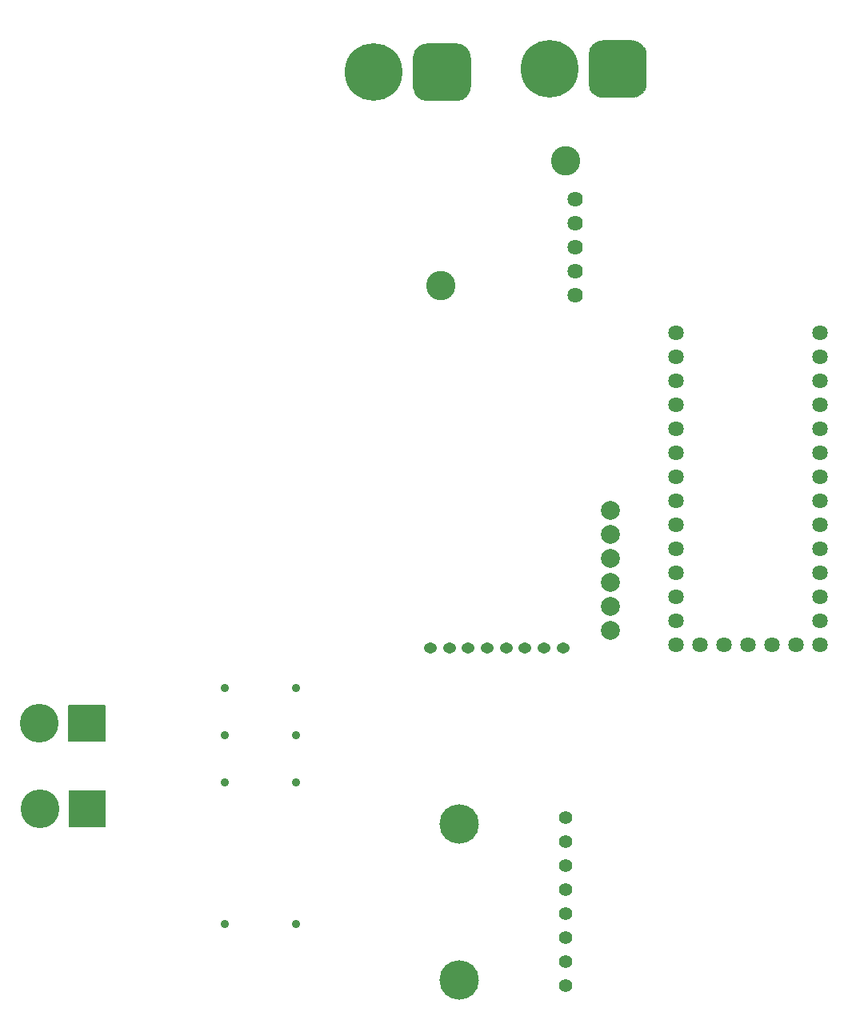
<source format=gbr>
%TF.GenerationSoftware,KiCad,Pcbnew,(5.1.8)-1*%
%TF.CreationDate,2021-01-10T20:37:24-08:00*%
%TF.ProjectId,PJS,504a532e-6b69-4636-9164-5f7063625858,rev?*%
%TF.SameCoordinates,Original*%
%TF.FileFunction,Soldermask,Bot*%
%TF.FilePolarity,Negative*%
%FSLAX46Y46*%
G04 Gerber Fmt 4.6, Leading zero omitted, Abs format (unit mm)*
G04 Created by KiCad (PCBNEW (5.1.8)-1) date 2021-01-10 20:37:24*
%MOMM*%
%LPD*%
G01*
G04 APERTURE LIST*
%ADD10C,0.901600*%
%ADD11C,6.101600*%
%ADD12O,1.371600X1.101600*%
%ADD13C,2.001600*%
%ADD14C,1.409600*%
%ADD15C,4.165600*%
%ADD16C,4.101600*%
%ADD17C,1.631600*%
%ADD18C,3.101600*%
%ADD19C,1.625600*%
%ADD20C,0.100000*%
G04 APERTURE END LIST*
D10*
%TO.C,K1*%
X101342500Y-115642999D03*
X101342500Y-120642999D03*
X101342500Y-125642999D03*
X101342500Y-140642999D03*
X108842500Y-115642999D03*
X108842500Y-120642999D03*
X108842500Y-125642999D03*
X108842500Y-140642999D03*
%TD*%
%TO.C,X3*%
G36*
G01*
X145925800Y-48639599D02*
X145925800Y-51690399D01*
G75*
G02*
X144400400Y-53215799I-1525400J0D01*
G01*
X141349600Y-53215799D01*
G75*
G02*
X139824200Y-51690399I0J1525400D01*
G01*
X139824200Y-48639599D01*
G75*
G02*
X141349600Y-47114199I1525400J0D01*
G01*
X144400400Y-47114199D01*
G75*
G02*
X145925800Y-48639599I0J-1525400D01*
G01*
G37*
D11*
X135675000Y-50164999D03*
%TD*%
D12*
%TO.C,A6*%
X125092600Y-111454999D03*
X129092600Y-111454999D03*
D13*
X142122600Y-96844999D03*
X142122600Y-104464999D03*
D12*
X135092600Y-111454999D03*
X137092600Y-111454999D03*
X133092600Y-111454999D03*
D13*
X142122600Y-107004999D03*
X142122600Y-99384999D03*
X142122600Y-101924999D03*
X142122600Y-109544999D03*
D12*
X123092600Y-111454999D03*
X127092600Y-111454999D03*
X131092600Y-111454999D03*
%TD*%
D14*
%TO.C,A5*%
X137414000Y-142112999D03*
X137414000Y-137032999D03*
X137414000Y-144652999D03*
D15*
X126111000Y-130047999D03*
D14*
X137414000Y-139572999D03*
X137414000Y-147192999D03*
X137414000Y-134492999D03*
X137414000Y-129412999D03*
X137414000Y-131952999D03*
D15*
X126111000Y-146557999D03*
%TD*%
D16*
%TO.C,X2*%
X81715000Y-119414999D03*
G36*
G01*
X88665800Y-117514999D02*
X88665800Y-121314999D01*
G75*
G02*
X88615000Y-121365799I-50800J0D01*
G01*
X84815000Y-121365799D01*
G75*
G02*
X84764200Y-121314999I0J50800D01*
G01*
X84764200Y-117514999D01*
G75*
G02*
X84815000Y-117464199I50800J0D01*
G01*
X88615000Y-117464199D01*
G75*
G02*
X88665800Y-117514999I0J-50800D01*
G01*
G37*
%TD*%
%TO.C,X1*%
X81765000Y-128464999D03*
G36*
G01*
X88715800Y-126564999D02*
X88715800Y-130364999D01*
G75*
G02*
X88665000Y-130415799I-50800J0D01*
G01*
X84865000Y-130415799D01*
G75*
G02*
X84814200Y-130364999I0J50800D01*
G01*
X84814200Y-126564999D01*
G75*
G02*
X84865000Y-126514199I50800J0D01*
G01*
X88665000Y-126514199D01*
G75*
G02*
X88715800Y-126564999I0J-50800D01*
G01*
G37*
%TD*%
%TO.C,X4*%
G36*
G01*
X127358400Y-48969799D02*
X127358400Y-52020599D01*
G75*
G02*
X125833000Y-53545999I-1525400J0D01*
G01*
X122782200Y-53545999D01*
G75*
G02*
X121256800Y-52020599I0J1525400D01*
G01*
X121256800Y-48969799D01*
G75*
G02*
X122782200Y-47444399I1525400J0D01*
G01*
X125833000Y-47444399D01*
G75*
G02*
X127358400Y-48969799I0J-1525400D01*
G01*
G37*
D11*
X117107600Y-50495199D03*
%TD*%
D17*
%TO.C,U2*%
X161772600Y-111048799D03*
X159232600Y-111048799D03*
X156692600Y-111048799D03*
X154152600Y-111048799D03*
X151612600Y-111048799D03*
X164312600Y-78028799D03*
X164312600Y-80568799D03*
X164312600Y-83108799D03*
X164312600Y-85648799D03*
X164312600Y-88188799D03*
X164312600Y-90728799D03*
X164312600Y-93268799D03*
X164312600Y-95808799D03*
X164312600Y-98348799D03*
X164312600Y-100888799D03*
X164312600Y-103428799D03*
X164312600Y-105968799D03*
X164312600Y-108508799D03*
X164312600Y-111048799D03*
X149072600Y-78028799D03*
X149072600Y-80568799D03*
X149072600Y-83108799D03*
X149072600Y-85648799D03*
X149072600Y-88188799D03*
X149072600Y-90728799D03*
X149072600Y-93268799D03*
X149072600Y-95808799D03*
X149072600Y-98348799D03*
X149072600Y-100888799D03*
X149072600Y-103428799D03*
X149072600Y-105968799D03*
X149072600Y-108508799D03*
X149072600Y-111048799D03*
%TD*%
D18*
%TO.C,VR1*%
X124146500Y-73084499D03*
X137346500Y-59884499D03*
D19*
X138366500Y-63944499D03*
X138366500Y-66484499D03*
X138366500Y-69024499D03*
X138366500Y-71564499D03*
X138376500Y-74114499D03*
%TD*%
D20*
G36*
X121258790Y-52020403D02*
G01*
X121288080Y-52317795D01*
X121374771Y-52603575D01*
X121515547Y-52866950D01*
X121705000Y-53097799D01*
X121935849Y-53287252D01*
X122199224Y-53428028D01*
X122485004Y-53514719D01*
X122782396Y-53544009D01*
X122784022Y-53545174D01*
X122783826Y-53547164D01*
X122782200Y-53547999D01*
X122759433Y-53547999D01*
X122759237Y-53547989D01*
X122464138Y-53518925D01*
X122463753Y-53518849D01*
X122182377Y-53433494D01*
X122182015Y-53433344D01*
X121922704Y-53294739D01*
X121922378Y-53294521D01*
X121695088Y-53107988D01*
X121694811Y-53107711D01*
X121508278Y-52880421D01*
X121508060Y-52880095D01*
X121369455Y-52620784D01*
X121369305Y-52620422D01*
X121283950Y-52339046D01*
X121283874Y-52338661D01*
X121254810Y-52043562D01*
X121254800Y-52043366D01*
X121254800Y-52020599D01*
X121255800Y-52018867D01*
X121257800Y-52018867D01*
X121258790Y-52020403D01*
G37*
G36*
X127359565Y-52018973D02*
G01*
X127360400Y-52020599D01*
X127360400Y-52043366D01*
X127360390Y-52043562D01*
X127331326Y-52338661D01*
X127331250Y-52339046D01*
X127245895Y-52620422D01*
X127245745Y-52620784D01*
X127107140Y-52880095D01*
X127106922Y-52880421D01*
X126920389Y-53107711D01*
X126920112Y-53107988D01*
X126692822Y-53294521D01*
X126692496Y-53294739D01*
X126433185Y-53433344D01*
X126432823Y-53433494D01*
X126151447Y-53518849D01*
X126151062Y-53518925D01*
X125855963Y-53547989D01*
X125855767Y-53547999D01*
X125833000Y-53547999D01*
X125831268Y-53546999D01*
X125831268Y-53544999D01*
X125832804Y-53544009D01*
X126130196Y-53514719D01*
X126415976Y-53428028D01*
X126679351Y-53287252D01*
X126910200Y-53097799D01*
X127099653Y-52866950D01*
X127240429Y-52603575D01*
X127327120Y-52317795D01*
X127356410Y-52020403D01*
X127357575Y-52018777D01*
X127359565Y-52018973D01*
G37*
G36*
X145926965Y-51688773D02*
G01*
X145927800Y-51690399D01*
X145927800Y-51713166D01*
X145927790Y-51713362D01*
X145898726Y-52008461D01*
X145898650Y-52008846D01*
X145813295Y-52290222D01*
X145813145Y-52290584D01*
X145674540Y-52549895D01*
X145674322Y-52550221D01*
X145487789Y-52777511D01*
X145487512Y-52777788D01*
X145260222Y-52964321D01*
X145259896Y-52964539D01*
X145000585Y-53103144D01*
X145000223Y-53103294D01*
X144718847Y-53188649D01*
X144718462Y-53188725D01*
X144423363Y-53217789D01*
X144423167Y-53217799D01*
X144400400Y-53217799D01*
X144398668Y-53216799D01*
X144398668Y-53214799D01*
X144400204Y-53213809D01*
X144697596Y-53184519D01*
X144983376Y-53097828D01*
X145246751Y-52957052D01*
X145477600Y-52767599D01*
X145667053Y-52536750D01*
X145807829Y-52273375D01*
X145894520Y-51987595D01*
X145923810Y-51690203D01*
X145924975Y-51688577D01*
X145926965Y-51688773D01*
G37*
G36*
X139826190Y-51690203D02*
G01*
X139855480Y-51987595D01*
X139942171Y-52273375D01*
X140082947Y-52536750D01*
X140272400Y-52767599D01*
X140503249Y-52957052D01*
X140766624Y-53097828D01*
X141052404Y-53184519D01*
X141349796Y-53213809D01*
X141351422Y-53214974D01*
X141351226Y-53216964D01*
X141349600Y-53217799D01*
X141326833Y-53217799D01*
X141326637Y-53217789D01*
X141031538Y-53188725D01*
X141031153Y-53188649D01*
X140749777Y-53103294D01*
X140749415Y-53103144D01*
X140490104Y-52964539D01*
X140489778Y-52964321D01*
X140262488Y-52777788D01*
X140262211Y-52777511D01*
X140075678Y-52550221D01*
X140075460Y-52549895D01*
X139936855Y-52290584D01*
X139936705Y-52290222D01*
X139851350Y-52008846D01*
X139851274Y-52008461D01*
X139822210Y-51713362D01*
X139822200Y-51713166D01*
X139822200Y-51690399D01*
X139823200Y-51688667D01*
X139825200Y-51688667D01*
X139826190Y-51690203D01*
G37*
G36*
X122783932Y-47443399D02*
G01*
X122783932Y-47445399D01*
X122782396Y-47446389D01*
X122485004Y-47475679D01*
X122199224Y-47562370D01*
X121935849Y-47703146D01*
X121705000Y-47892599D01*
X121515547Y-48123448D01*
X121374771Y-48386823D01*
X121288080Y-48672603D01*
X121258790Y-48969995D01*
X121257625Y-48971621D01*
X121255635Y-48971425D01*
X121254800Y-48969799D01*
X121254800Y-48947032D01*
X121254810Y-48946836D01*
X121283874Y-48651737D01*
X121283950Y-48651352D01*
X121369305Y-48369976D01*
X121369455Y-48369614D01*
X121508060Y-48110303D01*
X121508278Y-48109977D01*
X121694811Y-47882687D01*
X121695088Y-47882410D01*
X121922378Y-47695877D01*
X121922704Y-47695659D01*
X122182015Y-47557054D01*
X122182377Y-47556904D01*
X122463753Y-47471549D01*
X122464138Y-47471473D01*
X122759237Y-47442409D01*
X122759433Y-47442399D01*
X122782200Y-47442399D01*
X122783932Y-47443399D01*
G37*
G36*
X125855963Y-47442409D02*
G01*
X126151062Y-47471473D01*
X126151447Y-47471549D01*
X126432823Y-47556904D01*
X126433185Y-47557054D01*
X126692496Y-47695659D01*
X126692822Y-47695877D01*
X126920112Y-47882410D01*
X126920389Y-47882687D01*
X127106922Y-48109977D01*
X127107140Y-48110303D01*
X127245745Y-48369614D01*
X127245895Y-48369976D01*
X127331250Y-48651352D01*
X127331326Y-48651737D01*
X127360390Y-48946836D01*
X127360400Y-48947032D01*
X127360400Y-48969799D01*
X127359400Y-48971531D01*
X127357400Y-48971531D01*
X127356410Y-48969995D01*
X127327120Y-48672603D01*
X127240429Y-48386823D01*
X127099653Y-48123448D01*
X126910200Y-47892599D01*
X126679351Y-47703146D01*
X126415976Y-47562370D01*
X126130196Y-47475679D01*
X125832804Y-47446389D01*
X125831178Y-47445224D01*
X125831374Y-47443234D01*
X125833000Y-47442399D01*
X125855767Y-47442399D01*
X125855963Y-47442409D01*
G37*
G36*
X141351332Y-47113199D02*
G01*
X141351332Y-47115199D01*
X141349796Y-47116189D01*
X141052404Y-47145479D01*
X140766624Y-47232170D01*
X140503249Y-47372946D01*
X140272400Y-47562399D01*
X140082947Y-47793248D01*
X139942171Y-48056623D01*
X139855480Y-48342403D01*
X139826190Y-48639795D01*
X139825025Y-48641421D01*
X139823035Y-48641225D01*
X139822200Y-48639599D01*
X139822200Y-48616832D01*
X139822210Y-48616636D01*
X139851274Y-48321537D01*
X139851350Y-48321152D01*
X139936705Y-48039776D01*
X139936855Y-48039414D01*
X140075460Y-47780103D01*
X140075678Y-47779777D01*
X140262211Y-47552487D01*
X140262488Y-47552210D01*
X140489778Y-47365677D01*
X140490104Y-47365459D01*
X140749415Y-47226854D01*
X140749777Y-47226704D01*
X141031153Y-47141349D01*
X141031538Y-47141273D01*
X141326637Y-47112209D01*
X141326833Y-47112199D01*
X141349600Y-47112199D01*
X141351332Y-47113199D01*
G37*
G36*
X144423363Y-47112209D02*
G01*
X144718462Y-47141273D01*
X144718847Y-47141349D01*
X145000223Y-47226704D01*
X145000585Y-47226854D01*
X145259896Y-47365459D01*
X145260222Y-47365677D01*
X145487512Y-47552210D01*
X145487789Y-47552487D01*
X145674322Y-47779777D01*
X145674540Y-47780103D01*
X145813145Y-48039414D01*
X145813295Y-48039776D01*
X145898650Y-48321152D01*
X145898726Y-48321537D01*
X145927790Y-48616636D01*
X145927800Y-48616832D01*
X145927800Y-48639599D01*
X145926800Y-48641331D01*
X145924800Y-48641331D01*
X145923810Y-48639795D01*
X145894520Y-48342403D01*
X145807829Y-48056623D01*
X145667053Y-47793248D01*
X145477600Y-47562399D01*
X145246751Y-47372946D01*
X144983376Y-47232170D01*
X144697596Y-47145479D01*
X144400204Y-47116189D01*
X144398578Y-47115024D01*
X144398774Y-47113034D01*
X144400400Y-47112199D01*
X144423167Y-47112199D01*
X144423363Y-47112209D01*
G37*
M02*

</source>
